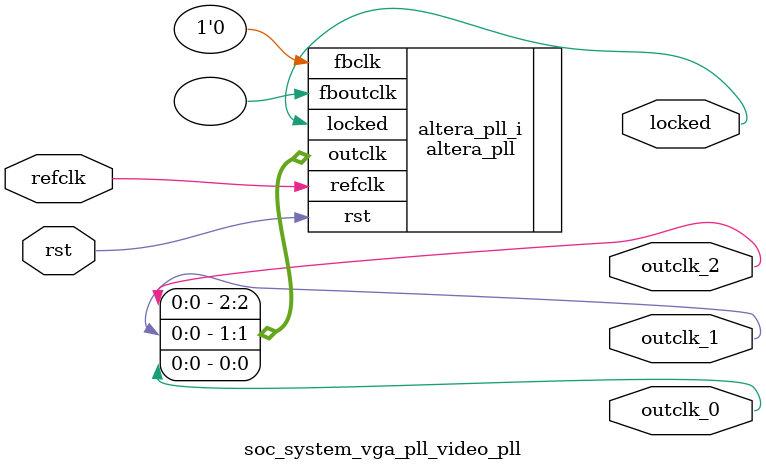
<source format=v>
`timescale 1ns/10ps
module  soc_system_vga_pll_video_pll(

	// interface 'refclk'
	input wire refclk,

	// interface 'reset'
	input wire rst,

	// interface 'outclk0'
	output wire outclk_0,

	// interface 'outclk1'
	output wire outclk_1,

	// interface 'outclk2'
	output wire outclk_2,

	// interface 'locked'
	output wire locked
);

	altera_pll #(
		.fractional_vco_multiplier("false"),
		.reference_clock_frequency("50.0 MHz"),
		.operation_mode("direct"),
		.number_of_clocks(3),
		.output_clock_frequency0("25.000000 MHz"),
		.phase_shift0("0 ps"),
		.duty_cycle0(50),
		.output_clock_frequency1("25.000000 MHz"),
		.phase_shift1("0 ps"),
		.duty_cycle1(50),
		.output_clock_frequency2("33.000000 MHz"),
		.phase_shift2("0 ps"),
		.duty_cycle2(50),
		.output_clock_frequency3("0 MHz"),
		.phase_shift3("0 ps"),
		.duty_cycle3(50),
		.output_clock_frequency4("0 MHz"),
		.phase_shift4("0 ps"),
		.duty_cycle4(50),
		.output_clock_frequency5("0 MHz"),
		.phase_shift5("0 ps"),
		.duty_cycle5(50),
		.output_clock_frequency6("0 MHz"),
		.phase_shift6("0 ps"),
		.duty_cycle6(50),
		.output_clock_frequency7("0 MHz"),
		.phase_shift7("0 ps"),
		.duty_cycle7(50),
		.output_clock_frequency8("0 MHz"),
		.phase_shift8("0 ps"),
		.duty_cycle8(50),
		.output_clock_frequency9("0 MHz"),
		.phase_shift9("0 ps"),
		.duty_cycle9(50),
		.output_clock_frequency10("0 MHz"),
		.phase_shift10("0 ps"),
		.duty_cycle10(50),
		.output_clock_frequency11("0 MHz"),
		.phase_shift11("0 ps"),
		.duty_cycle11(50),
		.output_clock_frequency12("0 MHz"),
		.phase_shift12("0 ps"),
		.duty_cycle12(50),
		.output_clock_frequency13("0 MHz"),
		.phase_shift13("0 ps"),
		.duty_cycle13(50),
		.output_clock_frequency14("0 MHz"),
		.phase_shift14("0 ps"),
		.duty_cycle14(50),
		.output_clock_frequency15("0 MHz"),
		.phase_shift15("0 ps"),
		.duty_cycle15(50),
		.output_clock_frequency16("0 MHz"),
		.phase_shift16("0 ps"),
		.duty_cycle16(50),
		.output_clock_frequency17("0 MHz"),
		.phase_shift17("0 ps"),
		.duty_cycle17(50),
		.pll_type("General"),
		.pll_subtype("General")
	) altera_pll_i (
		.rst	(rst),
		.outclk	({outclk_2, outclk_1, outclk_0}),
		.locked	(locked),
		.fboutclk	( ),
		.fbclk	(1'b0),
		.refclk	(refclk)
	);
endmodule

</source>
